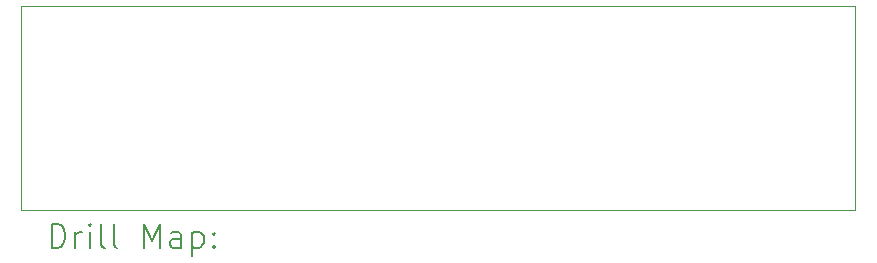
<source format=gbr>
%TF.GenerationSoftware,KiCad,Pcbnew,7.0.10-7.0.10~ubuntu22.04.1*%
%TF.CreationDate,2024-03-22T20:20:20-04:00*%
%TF.ProjectId,mechanicalkeyboard-touchid-hub,6d656368-616e-4696-9361-6c6b6579626f,rev?*%
%TF.SameCoordinates,Original*%
%TF.FileFunction,Drillmap*%
%TF.FilePolarity,Positive*%
%FSLAX45Y45*%
G04 Gerber Fmt 4.5, Leading zero omitted, Abs format (unit mm)*
G04 Created by KiCad (PCBNEW 7.0.10-7.0.10~ubuntu22.04.1) date 2024-03-22 20:20:20*
%MOMM*%
%LPD*%
G01*
G04 APERTURE LIST*
%ADD10C,0.100000*%
%ADD11C,0.200000*%
G04 APERTURE END LIST*
D10*
X4292600Y-3759200D02*
X11353800Y-3759200D01*
X11353800Y-5486400D01*
X4292600Y-5486400D01*
X4292600Y-3759200D01*
D11*
X4548377Y-5802884D02*
X4548377Y-5602884D01*
X4548377Y-5602884D02*
X4595996Y-5602884D01*
X4595996Y-5602884D02*
X4624567Y-5612408D01*
X4624567Y-5612408D02*
X4643615Y-5631455D01*
X4643615Y-5631455D02*
X4653139Y-5650503D01*
X4653139Y-5650503D02*
X4662663Y-5688598D01*
X4662663Y-5688598D02*
X4662663Y-5717169D01*
X4662663Y-5717169D02*
X4653139Y-5755265D01*
X4653139Y-5755265D02*
X4643615Y-5774312D01*
X4643615Y-5774312D02*
X4624567Y-5793360D01*
X4624567Y-5793360D02*
X4595996Y-5802884D01*
X4595996Y-5802884D02*
X4548377Y-5802884D01*
X4748377Y-5802884D02*
X4748377Y-5669550D01*
X4748377Y-5707646D02*
X4757901Y-5688598D01*
X4757901Y-5688598D02*
X4767424Y-5679074D01*
X4767424Y-5679074D02*
X4786472Y-5669550D01*
X4786472Y-5669550D02*
X4805520Y-5669550D01*
X4872186Y-5802884D02*
X4872186Y-5669550D01*
X4872186Y-5602884D02*
X4862663Y-5612408D01*
X4862663Y-5612408D02*
X4872186Y-5621931D01*
X4872186Y-5621931D02*
X4881710Y-5612408D01*
X4881710Y-5612408D02*
X4872186Y-5602884D01*
X4872186Y-5602884D02*
X4872186Y-5621931D01*
X4995996Y-5802884D02*
X4976948Y-5793360D01*
X4976948Y-5793360D02*
X4967424Y-5774312D01*
X4967424Y-5774312D02*
X4967424Y-5602884D01*
X5100758Y-5802884D02*
X5081710Y-5793360D01*
X5081710Y-5793360D02*
X5072186Y-5774312D01*
X5072186Y-5774312D02*
X5072186Y-5602884D01*
X5329329Y-5802884D02*
X5329329Y-5602884D01*
X5329329Y-5602884D02*
X5395996Y-5745741D01*
X5395996Y-5745741D02*
X5462663Y-5602884D01*
X5462663Y-5602884D02*
X5462663Y-5802884D01*
X5643615Y-5802884D02*
X5643615Y-5698122D01*
X5643615Y-5698122D02*
X5634091Y-5679074D01*
X5634091Y-5679074D02*
X5615043Y-5669550D01*
X5615043Y-5669550D02*
X5576948Y-5669550D01*
X5576948Y-5669550D02*
X5557901Y-5679074D01*
X5643615Y-5793360D02*
X5624567Y-5802884D01*
X5624567Y-5802884D02*
X5576948Y-5802884D01*
X5576948Y-5802884D02*
X5557901Y-5793360D01*
X5557901Y-5793360D02*
X5548377Y-5774312D01*
X5548377Y-5774312D02*
X5548377Y-5755265D01*
X5548377Y-5755265D02*
X5557901Y-5736217D01*
X5557901Y-5736217D02*
X5576948Y-5726693D01*
X5576948Y-5726693D02*
X5624567Y-5726693D01*
X5624567Y-5726693D02*
X5643615Y-5717169D01*
X5738853Y-5669550D02*
X5738853Y-5869550D01*
X5738853Y-5679074D02*
X5757901Y-5669550D01*
X5757901Y-5669550D02*
X5795996Y-5669550D01*
X5795996Y-5669550D02*
X5815043Y-5679074D01*
X5815043Y-5679074D02*
X5824567Y-5688598D01*
X5824567Y-5688598D02*
X5834091Y-5707646D01*
X5834091Y-5707646D02*
X5834091Y-5764788D01*
X5834091Y-5764788D02*
X5824567Y-5783836D01*
X5824567Y-5783836D02*
X5815043Y-5793360D01*
X5815043Y-5793360D02*
X5795996Y-5802884D01*
X5795996Y-5802884D02*
X5757901Y-5802884D01*
X5757901Y-5802884D02*
X5738853Y-5793360D01*
X5919805Y-5783836D02*
X5929329Y-5793360D01*
X5929329Y-5793360D02*
X5919805Y-5802884D01*
X5919805Y-5802884D02*
X5910282Y-5793360D01*
X5910282Y-5793360D02*
X5919805Y-5783836D01*
X5919805Y-5783836D02*
X5919805Y-5802884D01*
X5919805Y-5679074D02*
X5929329Y-5688598D01*
X5929329Y-5688598D02*
X5919805Y-5698122D01*
X5919805Y-5698122D02*
X5910282Y-5688598D01*
X5910282Y-5688598D02*
X5919805Y-5679074D01*
X5919805Y-5679074D02*
X5919805Y-5698122D01*
M02*

</source>
